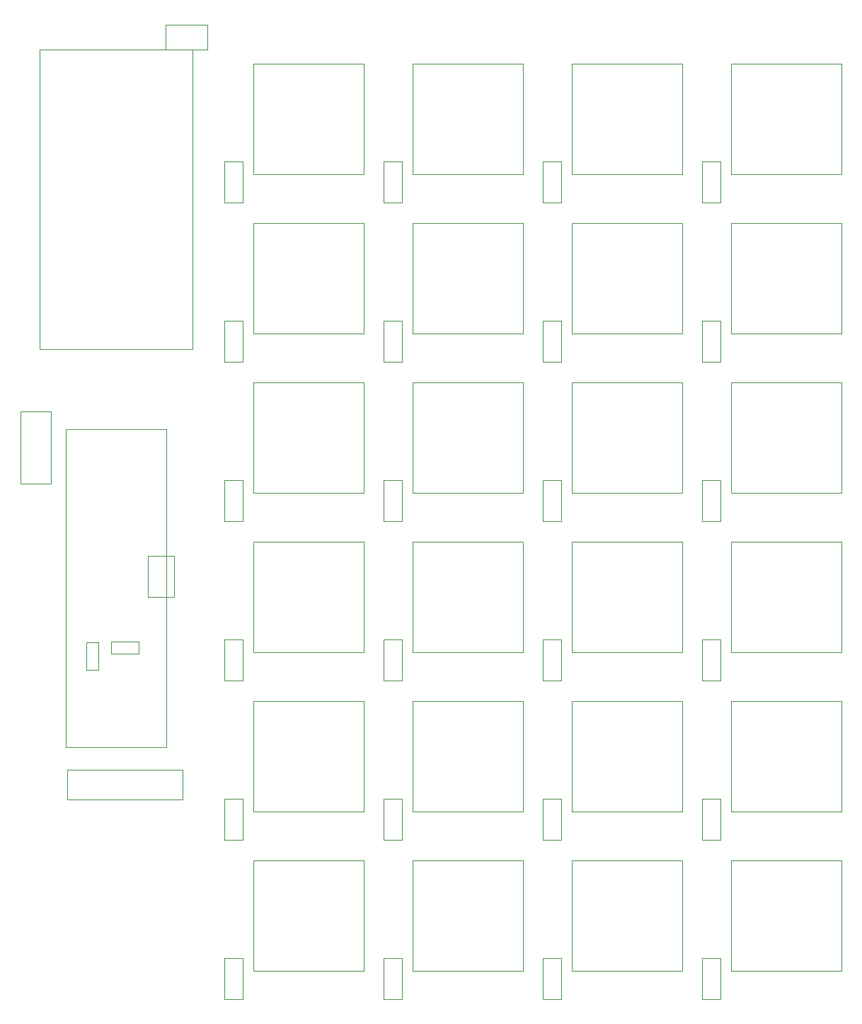
<source format=gbr>
%TF.GenerationSoftware,KiCad,Pcbnew,8.0.2*%
%TF.CreationDate,2024-06-24T21:49:00-04:00*%
%TF.ProjectId,MacroPad,4d616372-6f50-4616-942e-6b696361645f,rev?*%
%TF.SameCoordinates,Original*%
%TF.FileFunction,Other,User*%
%FSLAX46Y46*%
G04 Gerber Fmt 4.6, Leading zero omitted, Abs format (unit mm)*
G04 Created by KiCad (PCBNEW 8.0.2) date 2024-06-24 21:49:00*
%MOMM*%
%LPD*%
G01*
G04 APERTURE LIST*
%ADD10C,0.050000*%
%ADD11C,0.040000*%
G04 APERTURE END LIST*
D10*
%TO.C,C2*%
X92787500Y-117230000D02*
X89487500Y-117230000D01*
X92787500Y-115770000D02*
X92787500Y-117230000D01*
X89487500Y-117230000D02*
X89487500Y-115770000D01*
X89487500Y-115770000D02*
X92787500Y-115770000D01*
%TO.C,C1*%
X86545000Y-119150000D02*
X86545000Y-115850000D01*
X88005000Y-119150000D02*
X86545000Y-119150000D01*
X86545000Y-115850000D02*
X88005000Y-115850000D01*
X88005000Y-115850000D02*
X88005000Y-119150000D01*
%TO.C,D23*%
X141125000Y-158562500D02*
X143325000Y-158562500D01*
X143325000Y-153662500D01*
X141125000Y-153662500D01*
X141125000Y-158562500D01*
%TO.C,SW21*%
X106500000Y-141960000D02*
X119700000Y-141960000D01*
X106500000Y-155160000D02*
X106500000Y-141960000D01*
X119700000Y-141960000D02*
X119700000Y-155160000D01*
X119700000Y-155160000D02*
X106500000Y-155160000D01*
%TO.C,SW4*%
X163650000Y-46710000D02*
X176850000Y-46710000D01*
X163650000Y-59910000D02*
X163650000Y-46710000D01*
X176850000Y-46710000D02*
X176850000Y-59910000D01*
X176850000Y-59910000D02*
X163650000Y-59910000D01*
%TO.C,SW10*%
X125550000Y-84810000D02*
X138750000Y-84810000D01*
X125550000Y-98010000D02*
X125550000Y-84810000D01*
X138750000Y-84810000D02*
X138750000Y-98010000D01*
X138750000Y-98010000D02*
X125550000Y-98010000D01*
%TO.C,SW7*%
X144600000Y-65760000D02*
X157800000Y-65760000D01*
X144600000Y-78960000D02*
X144600000Y-65760000D01*
X157800000Y-65760000D02*
X157800000Y-78960000D01*
X157800000Y-78960000D02*
X144600000Y-78960000D01*
%TO.C,SW9*%
X106500000Y-84810000D02*
X119700000Y-84810000D01*
X106500000Y-98010000D02*
X106500000Y-84810000D01*
X119700000Y-84810000D02*
X119700000Y-98010000D01*
X119700000Y-98010000D02*
X106500000Y-98010000D01*
%TO.C,SW25*%
X78700000Y-88230000D02*
X78700000Y-96880000D01*
X78700000Y-96880000D02*
X82300000Y-96880000D01*
X82300000Y-88230000D02*
X78700000Y-88230000D01*
X82300000Y-96880000D02*
X82300000Y-88230000D01*
%TO.C,SW23*%
X144600000Y-141960000D02*
X157800000Y-141960000D01*
X144600000Y-155160000D02*
X144600000Y-141960000D01*
X157800000Y-141960000D02*
X157800000Y-155160000D01*
X157800000Y-155160000D02*
X144600000Y-155160000D01*
%TO.C,SW0*%
X84275000Y-131085000D02*
X84275000Y-134685000D01*
X84275000Y-134685000D02*
X98025000Y-134685000D01*
X98025000Y-131085000D02*
X84275000Y-131085000D01*
X98025000Y-134685000D02*
X98025000Y-131085000D01*
%TO.C,D24*%
X160175000Y-158562500D02*
X162375000Y-158562500D01*
X162375000Y-153662500D01*
X160175000Y-153662500D01*
X160175000Y-158562500D01*
%TO.C,D15*%
X141125000Y-120462500D02*
X143325000Y-120462500D01*
X143325000Y-115562500D01*
X141125000Y-115562500D01*
X141125000Y-120462500D01*
%TO.C,D5*%
X103025000Y-82362500D02*
X105225000Y-82362500D01*
X105225000Y-77462500D01*
X103025000Y-77462500D01*
X103025000Y-82362500D01*
%TO.C,D10*%
X122075000Y-101412500D02*
X124275000Y-101412500D01*
X124275000Y-96512500D01*
X122075000Y-96512500D01*
X122075000Y-101412500D01*
%TO.C,D3*%
X141125000Y-63312500D02*
X143325000Y-63312500D01*
X143325000Y-58412500D01*
X141125000Y-58412500D01*
X141125000Y-63312500D01*
%TO.C,SW17*%
X106500000Y-122910000D02*
X119700000Y-122910000D01*
X106500000Y-136110000D02*
X106500000Y-122910000D01*
X119700000Y-122910000D02*
X119700000Y-136110000D01*
X119700000Y-136110000D02*
X106500000Y-136110000D01*
%TO.C,SW15*%
X144600000Y-103860000D02*
X157800000Y-103860000D01*
X144600000Y-117060000D02*
X144600000Y-103860000D01*
X157800000Y-103860000D02*
X157800000Y-117060000D01*
X157800000Y-117060000D02*
X144600000Y-117060000D01*
%TO.C,D22*%
X122075000Y-158562500D02*
X124275000Y-158562500D01*
X124275000Y-153662500D01*
X122075000Y-153662500D01*
X122075000Y-158562500D01*
%TO.C,SW20*%
X163650000Y-122910000D02*
X176850000Y-122910000D01*
X163650000Y-136110000D02*
X163650000Y-122910000D01*
X176850000Y-122910000D02*
X176850000Y-136110000D01*
X176850000Y-136110000D02*
X163650000Y-136110000D01*
%TO.C,SW12*%
X163650000Y-84810000D02*
X176850000Y-84810000D01*
X163650000Y-98010000D02*
X163650000Y-84810000D01*
X176850000Y-84810000D02*
X176850000Y-98010000D01*
X176850000Y-98010000D02*
X163650000Y-98010000D01*
%TO.C,D6*%
X122075000Y-82362500D02*
X124275000Y-82362500D01*
X124275000Y-77462500D01*
X122075000Y-77462500D01*
X122075000Y-82362500D01*
%TO.C,D9*%
X103025000Y-101412500D02*
X105225000Y-101412500D01*
X105225000Y-96512500D01*
X103025000Y-96512500D01*
X103025000Y-101412500D01*
%TO.C,SW1*%
X106500000Y-46710000D02*
X119700000Y-46710000D01*
X106500000Y-59910000D02*
X106500000Y-46710000D01*
X119700000Y-46710000D02*
X119700000Y-59910000D01*
X119700000Y-59910000D02*
X106500000Y-59910000D01*
%TO.C,D21*%
X103025000Y-158562500D02*
X105225000Y-158562500D01*
X105225000Y-153662500D01*
X103025000Y-153662500D01*
X103025000Y-158562500D01*
%TO.C,D8*%
X160175000Y-82362500D02*
X162375000Y-82362500D01*
X162375000Y-77462500D01*
X160175000Y-77462500D01*
X160175000Y-82362500D01*
%TO.C,SW6*%
X125550000Y-65760000D02*
X138750000Y-65760000D01*
X125550000Y-78960000D02*
X125550000Y-65760000D01*
X138750000Y-65760000D02*
X138750000Y-78960000D01*
X138750000Y-78960000D02*
X125550000Y-78960000D01*
%TO.C,D16*%
X160175000Y-120462500D02*
X162375000Y-120462500D01*
X162375000Y-115562500D01*
X160175000Y-115562500D01*
X160175000Y-120462500D01*
%TO.C,D7*%
X141125000Y-82362500D02*
X143325000Y-82362500D01*
X143325000Y-77462500D01*
X141125000Y-77462500D01*
X141125000Y-82362500D01*
%TO.C,SW8*%
X163650000Y-65760000D02*
X176850000Y-65760000D01*
X163650000Y-78960000D02*
X163650000Y-65760000D01*
X176850000Y-65760000D02*
X176850000Y-78960000D01*
X176850000Y-78960000D02*
X163650000Y-78960000D01*
%TO.C,D11*%
X141125000Y-101412500D02*
X143325000Y-101412500D01*
X143325000Y-96512500D01*
X141125000Y-96512500D01*
X141125000Y-101412500D01*
%TO.C,SW14*%
X125550000Y-103860000D02*
X138750000Y-103860000D01*
X125550000Y-117060000D02*
X125550000Y-103860000D01*
X138750000Y-103860000D02*
X138750000Y-117060000D01*
X138750000Y-117060000D02*
X125550000Y-117060000D01*
%TO.C,D20*%
X160175000Y-139512500D02*
X162375000Y-139512500D01*
X162375000Y-134612500D01*
X160175000Y-134612500D01*
X160175000Y-139512500D01*
%TO.C,D2*%
X122075000Y-63312500D02*
X124275000Y-63312500D01*
X124275000Y-58412500D01*
X122075000Y-58412500D01*
X122075000Y-63312500D01*
%TO.C,SW16*%
X163650000Y-103860000D02*
X176850000Y-103860000D01*
X163650000Y-117060000D02*
X163650000Y-103860000D01*
X176850000Y-103860000D02*
X176850000Y-117060000D01*
X176850000Y-117060000D02*
X163650000Y-117060000D01*
%TO.C,SW18*%
X125550000Y-122910000D02*
X138750000Y-122910000D01*
X125550000Y-136110000D02*
X125550000Y-122910000D01*
X138750000Y-122910000D02*
X138750000Y-136110000D01*
X138750000Y-136110000D02*
X125550000Y-136110000D01*
%TO.C,SW19*%
X144600000Y-122910000D02*
X157800000Y-122910000D01*
X144600000Y-136110000D02*
X144600000Y-122910000D01*
X157800000Y-122910000D02*
X157800000Y-136110000D01*
X157800000Y-136110000D02*
X144600000Y-136110000D01*
%TO.C,D17*%
X103025000Y-139512500D02*
X105225000Y-139512500D01*
X105225000Y-134612500D01*
X103025000Y-134612500D01*
X103025000Y-139512500D01*
%TO.C,D14*%
X122075000Y-120462500D02*
X124275000Y-120462500D01*
X124275000Y-115562500D01*
X122075000Y-115562500D01*
X122075000Y-120462500D01*
%TO.C,D18*%
X122075000Y-139512500D02*
X124275000Y-139512500D01*
X124275000Y-134612500D01*
X122075000Y-134612500D01*
X122075000Y-139512500D01*
%TO.C,D1*%
X103025000Y-63312500D02*
X105225000Y-63312500D01*
X105225000Y-58412500D01*
X103025000Y-58412500D01*
X103025000Y-63312500D01*
%TO.C,SW13*%
X106500000Y-103860000D02*
X119700000Y-103860000D01*
X106500000Y-117060000D02*
X106500000Y-103860000D01*
X119700000Y-103860000D02*
X119700000Y-117060000D01*
X119700000Y-117060000D02*
X106500000Y-117060000D01*
%TO.C,SW22*%
X125550000Y-141960000D02*
X138750000Y-141960000D01*
X125550000Y-155160000D02*
X125550000Y-141960000D01*
X138750000Y-141960000D02*
X138750000Y-155160000D01*
X138750000Y-155160000D02*
X125550000Y-155160000D01*
%TO.C,BT1*%
X96000000Y-42000000D02*
X96000000Y-45000000D01*
X96000000Y-45000000D02*
X101000000Y-45000000D01*
X101000000Y-42000000D02*
X96000000Y-42000000D01*
X101000000Y-45000000D02*
X101000000Y-42000000D01*
%TO.C,SW11*%
X144600000Y-84810000D02*
X157800000Y-84810000D01*
X144600000Y-98010000D02*
X144600000Y-84810000D01*
X157800000Y-84810000D02*
X157800000Y-98010000D01*
X157800000Y-98010000D02*
X144600000Y-98010000D01*
D11*
%TO.C,U1*%
X84115000Y-90385000D02*
X84115000Y-128385000D01*
X84115000Y-128385000D02*
X96115000Y-128385000D01*
X96115000Y-90385000D02*
X84115000Y-90385000D01*
X96115000Y-128385000D02*
X96115000Y-90385000D01*
%TO.C,D19*%
D10*
X141125000Y-139512500D02*
X143325000Y-139512500D01*
X143325000Y-134612500D01*
X141125000Y-134612500D01*
X141125000Y-139512500D01*
%TO.C,SW5*%
X106500000Y-65760000D02*
X119700000Y-65760000D01*
X106500000Y-78960000D02*
X106500000Y-65760000D01*
X119700000Y-65760000D02*
X119700000Y-78960000D01*
X119700000Y-78960000D02*
X106500000Y-78960000D01*
%TO.C,SW2*%
X125550000Y-46710000D02*
X138750000Y-46710000D01*
X125550000Y-59910000D02*
X125550000Y-46710000D01*
X138750000Y-46710000D02*
X138750000Y-59910000D01*
X138750000Y-59910000D02*
X125550000Y-59910000D01*
%TO.C,D4*%
X160175000Y-63312500D02*
X162375000Y-63312500D01*
X162375000Y-58412500D01*
X160175000Y-58412500D01*
X160175000Y-63312500D01*
%TO.C,D13*%
X103025000Y-120462500D02*
X105225000Y-120462500D01*
X105225000Y-115562500D01*
X103025000Y-115562500D01*
X103025000Y-120462500D01*
%TO.C,SW24*%
X163650000Y-141960000D02*
X176850000Y-141960000D01*
X163650000Y-155160000D02*
X163650000Y-141960000D01*
X176850000Y-141960000D02*
X176850000Y-155160000D01*
X176850000Y-155160000D02*
X163650000Y-155160000D01*
%TO.C,R2*%
X93920000Y-105550000D02*
X97080000Y-105550000D01*
X93920000Y-110450000D02*
X93920000Y-105550000D01*
X97080000Y-105550000D02*
X97080000Y-110450000D01*
X97080000Y-110450000D02*
X93920000Y-110450000D01*
%TO.C,D12*%
X160175000Y-101412500D02*
X162375000Y-101412500D01*
X162375000Y-96512500D01*
X160175000Y-96512500D01*
X160175000Y-101412500D01*
%TO.C,SW3*%
X144600000Y-46710000D02*
X157800000Y-46710000D01*
X144600000Y-59910000D02*
X144600000Y-46710000D01*
X157800000Y-46710000D02*
X157800000Y-59910000D01*
X157800000Y-59910000D02*
X144600000Y-59910000D01*
%TO.C,U2*%
X80976000Y-45023000D02*
X80976000Y-80837000D01*
X80976000Y-45023000D02*
X99264000Y-45023000D01*
X99264000Y-80837000D02*
X80976000Y-80837000D01*
X99264000Y-80837000D02*
X99264000Y-45023000D01*
%TD*%
M02*

</source>
